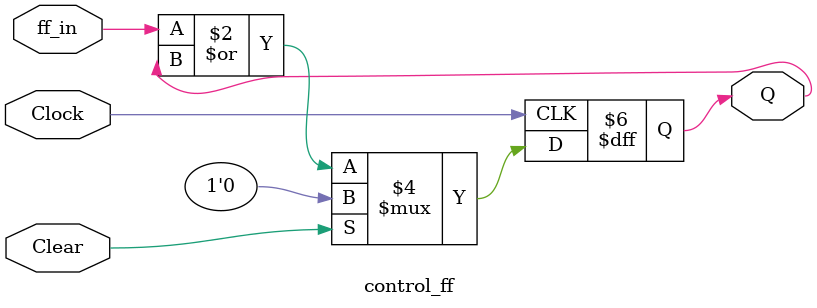
<source format=v>
module control_ff(Clock, ff_in, Clear, Q);

input Clock, ff_in, Clear;
output reg Q;

always @(posedge Clock)
	if(Clear)
		Q <= 0;
	else
		Q <= ff_in | Q;

endmodule
</source>
